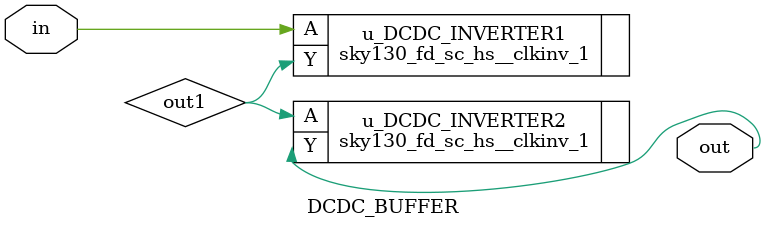
<source format=sv>

module DCDC_BUFFER(
    output logic out, input logic in
);
logic out1;

	sky130_fd_sc_hs__clkinv_1 u_DCDC_INVERTER1( 
		.A(in), 
		.Y(out1)
	);

	sky130_fd_sc_hs__clkinv_1 u_DCDC_INVERTER2( 
		.A(out1), 
		.Y(out)
	);
endmodule
</source>
